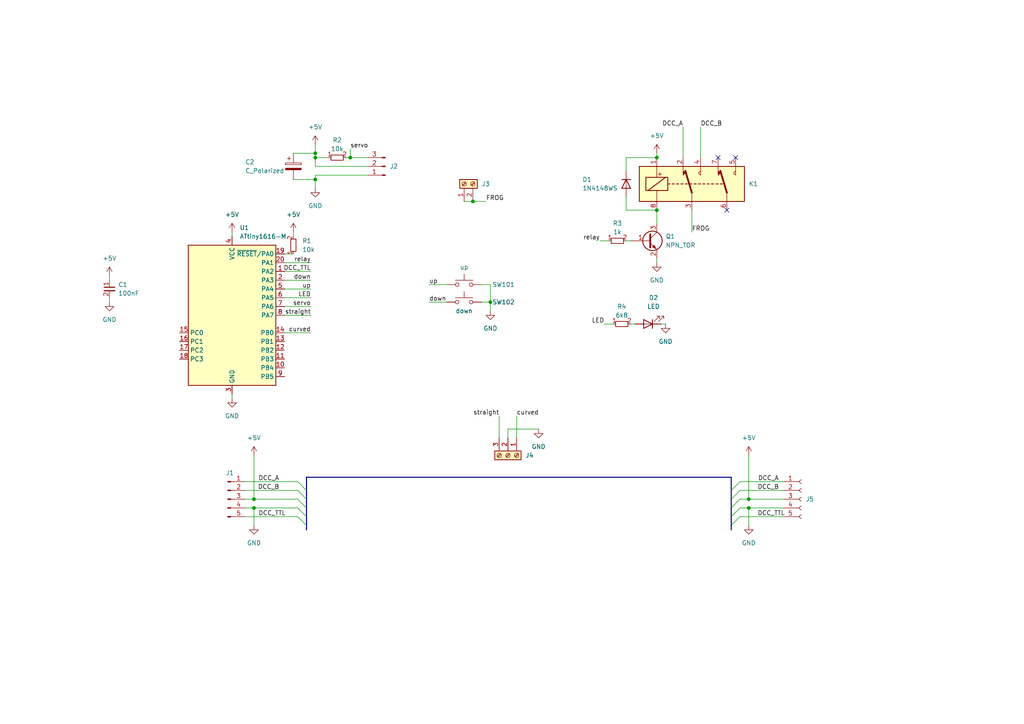
<source format=kicad_sch>
(kicad_sch (version 20230121) (generator eeschema)
  (paper "A4")
  (lib_symbols
    (symbol "Connector:Conn_01x03_Pin" (pin_names (offset 1.016) hide)
      (property "Reference" "J" (at 0 5.08 0))
      (property "Value" "Conn_01x03_Pin" (at 0 -5.08 0))
      (symbol "Conn_01x03_Pin_1_1"
        (polyline (pts (xy 1.27 -2.54) (xy 0.8636 -2.54)) (stroke (width 0.1524)))
        (polyline (pts (xy 1.27 0) (xy 0.8636 0)) (stroke (width 0.1524)))
        (polyline (pts (xy 1.27 2.54) (xy 0.8636 2.54)) (stroke (width 0.1524)))
        (rectangle (start 0.8636 -2.413) (end 0 -2.667) (stroke (width 0.1524)) (fill (type outline)))
        (rectangle (start 0.8636 0.127) (end 0 -0.127) (stroke (width 0.1524)) (fill (type outline)))
        (rectangle (start 0.8636 2.667) (end 0 2.413) (stroke (width 0.1524)) (fill (type outline)))
        (pin passive line (at 5.08 2.54 180) (length 3.81) (name "Pin_1") (number "1"))
        (pin passive line (at 5.08 0 180) (length 3.81) (name "Pin_2") (number "2"))
        (pin passive line (at 5.08 -2.54 180) (length 3.81) (name "Pin_3") (number "3"))
      )
    )
    (symbol "Connector:Conn_01x05_Pin" (pin_names (offset 1.016) hide)
      (property "Reference" "J" (at 0 7.62 0))
      (property "Value" "Conn_01x05_Pin" (at 0 -7.62 0))
      (symbol "Conn_01x05_Pin_1_1"
        (polyline (pts (xy 1.27 -5.08) (xy 0.8636 -5.08)) (stroke (width 0.1524)))
        (polyline (pts (xy 1.27 -2.54) (xy 0.8636 -2.54)) (stroke (width 0.1524)))
        (polyline (pts (xy 1.27 0) (xy 0.8636 0)) (stroke (width 0.1524)))
        (polyline (pts (xy 1.27 2.54) (xy 0.8636 2.54)) (stroke (width 0.1524)))
        (polyline (pts (xy 1.27 5.08) (xy 0.8636 5.08)) (stroke (width 0.1524)))
        (rectangle (start 0.8636 -4.953) (end 0 -5.207) (stroke (width 0.1524)) (fill (type outline)))
        (rectangle (start 0.8636 -2.413) (end 0 -2.667) (stroke (width 0.1524)) (fill (type outline)))
        (rectangle (start 0.8636 0.127) (end 0 -0.127) (stroke (width 0.1524)) (fill (type outline)))
        (rectangle (start 0.8636 2.667) (end 0 2.413) (stroke (width 0.1524)) (fill (type outline)))
        (rectangle (start 0.8636 5.207) (end 0 4.953) (stroke (width 0.1524)) (fill (type outline)))
        (pin passive line (at 5.08 5.08 180) (length 3.81) (name "Pin_1") (number "1"))
        (pin passive line (at 5.08 2.54 180) (length 3.81) (name "Pin_2") (number "2"))
        (pin passive line (at 5.08 0 180) (length 3.81) (name "Pin_3") (number "3"))
        (pin passive line (at 5.08 -2.54 180) (length 3.81) (name "Pin_4") (number "4"))
        (pin passive line (at 5.08 -5.08 180) (length 3.81) (name "Pin_5") (number "5"))
      )
    )
    (symbol "Connector:Conn_01x05_Socket" (pin_names (offset 1.016) hide)
      (property "Reference" "J" (at 0 7.62 0))
      (property "Value" "Conn_01x05_Socket" (at 0 -7.62 0))
      (symbol "Conn_01x05_Socket_1_1"
        (arc (start 0 -4.572) (mid -0.5058 -5.08) (end 0 -5.588) (stroke (width 0.1524)))
        (arc (start 0 -2.032) (mid -0.5058 -2.54) (end 0 -3.048) (stroke (width 0.1524)))
        (polyline (pts (xy -1.27 -5.08) (xy -0.508 -5.08)) (stroke (width 0.1524)))
        (polyline (pts (xy -1.27 -2.54) (xy -0.508 -2.54)) (stroke (width 0.1524)))
        (polyline (pts (xy -1.27 0) (xy -0.508 0)) (stroke (width 0.1524)))
        (polyline (pts (xy -1.27 2.54) (xy -0.508 2.54)) (stroke (width 0.1524)))
        (polyline (pts (xy -1.27 5.08) (xy -0.508 5.08)) (stroke (width 0.1524)))
        (arc (start 0 0.508) (mid -0.5058 0) (end 0 -0.508) (stroke (width 0.1524)))
        (arc (start 0 3.048) (mid -0.5058 2.54) (end 0 2.032) (stroke (width 0.1524)))
        (arc (start 0 5.588) (mid -0.5058 5.08) (end 0 4.572) (stroke (width 0.1524)))
        (pin passive line (at -5.08 5.08 0) (length 3.81) (name "Pin_1") (number "1"))
        (pin passive line (at -5.08 2.54 0) (length 3.81) (name "Pin_2") (number "2"))
        (pin passive line (at -5.08 0 0) (length 3.81) (name "Pin_3") (number "3"))
        (pin passive line (at -5.08 -2.54 0) (length 3.81) (name "Pin_4") (number "4"))
        (pin passive line (at -5.08 -5.08 0) (length 3.81) (name "Pin_5") (number "5"))
      )
    )
    (symbol "Connector:Screw_Terminal_01x02" (pin_names (offset 1.016) hide)
      (property "Reference" "J" (at 0 2.54 0))
      (property "Value" "Screw_Terminal_01x02" (at 0 -5.08 0))
      (symbol "Screw_Terminal_01x02_1_1"
        (rectangle (start -1.27 1.27) (end 1.27 -3.81) (stroke (width 0.254)) (fill (type background)))
        (circle (center 0 -2.54) (radius 0.635) (stroke (width 0.1524)))
        (polyline (pts (xy -0.5334 -2.2098) (xy 0.3302 -3.048)) (stroke (width 0.1524)))
        (polyline (pts (xy -0.5334 0.3302) (xy 0.3302 -0.508)) (stroke (width 0.1524)))
        (polyline (pts (xy -0.3556 -2.032) (xy 0.508 -2.8702)) (stroke (width 0.1524)))
        (polyline (pts (xy -0.3556 0.508) (xy 0.508 -0.3302)) (stroke (width 0.1524)))
        (circle (center 0 0) (radius 0.635) (stroke (width 0.1524)))
        (pin passive line (at -5.08 0 0) (length 3.81) (name "Pin_1") (number "1"))
        (pin passive line (at -5.08 -2.54 0) (length 3.81) (name "Pin_2") (number "2"))
      )
    )
    (symbol "Connector:Screw_Terminal_01x03" (pin_names (offset 1.016) hide)
      (property "Reference" "J" (at 0 5.08 0))
      (property "Value" "Screw_Terminal_01x03" (at 0 -5.08 0))
      (symbol "Screw_Terminal_01x03_1_1"
        (rectangle (start -1.27 3.81) (end 1.27 -3.81) (stroke (width 0.254)) (fill (type background)))
        (circle (center 0 -2.54) (radius 0.635) (stroke (width 0.1524)))
        (polyline (pts (xy -0.5334 -2.2098) (xy 0.3302 -3.048)) (stroke (width 0.1524)))
        (polyline (pts (xy -0.5334 0.3302) (xy 0.3302 -0.508)) (stroke (width 0.1524)))
        (polyline (pts (xy -0.5334 2.8702) (xy 0.3302 2.032)) (stroke (width 0.1524)))
        (polyline (pts (xy -0.3556 -2.032) (xy 0.508 -2.8702)) (stroke (width 0.1524)))
        (polyline (pts (xy -0.3556 0.508) (xy 0.508 -0.3302)) (stroke (width 0.1524)))
        (polyline (pts (xy -0.3556 3.048) (xy 0.508 2.2098)) (stroke (width 0.1524)))
        (circle (center 0 0) (radius 0.635) (stroke (width 0.1524)))
        (circle (center 0 2.54) (radius 0.635) (stroke (width 0.1524)))
        (pin passive line (at -5.08 2.54 0) (length 3.81) (name "Pin_1") (number "1"))
        (pin passive line (at -5.08 0 0) (length 3.81) (name "Pin_2") (number "2"))
        (pin passive line (at -5.08 -2.54 0) (length 3.81) (name "Pin_3") (number "3"))
      )
    )
    (symbol "Device:C_Polarized" (pin_numbers hide) (pin_names (offset 0.254))
      (property "Reference" "C" (at 0.635 2.54 0))
      (property "Value" "C_Polarized" (at 0.635 -2.54 0))
      (symbol "C_Polarized_0_1"
        (rectangle (start -2.286 0.508) (end 2.286 1.016))
        (polyline (pts (xy -1.778 2.286) (xy -0.762 2.286)))
        (polyline (pts (xy -1.27 2.794) (xy -1.27 1.778)))
        (rectangle (start 2.286 -0.508) (end -2.286 -1.016) (fill (type outline)))
      )
      (symbol "C_Polarized_1_1"
        (pin passive line (at 0 3.81 270) (length 2.794) (name "~") (number "1"))
        (pin passive line (at 0 -3.81 90) (length 2.794) (name "~") (number "2"))
      )
    )
    (symbol "capacitor_miscellaneous:C_0402_100nF"
      (property "Reference" "C" (at 1.27 2.54 0))
      (property "Value" "100nF" (at 3.81 -2.54 0))
      (symbol "C_0402_100nF_0_1"
        (polyline (pts (xy -1.524 -0.508) (xy 1.524 -0.508)) (stroke (width 0.3302)))
        (polyline (pts (xy -1.524 0.508) (xy 1.524 0.508)) (stroke (width 0.3048)))
      )
      (symbol "C_0402_100nF_1_1"
        (pin passive line (at 0 2.54 270) (length 2.032) (name "~") (number "1"))
        (pin passive line (at 0 -2.54 90) (length 2.032) (name "~") (number "2"))
      )
    )
    (symbol "custom_kicad_lib_sk:1N4148WS" (pin_numbers hide) (pin_names hide)
      (property "Reference" "D" (at 0 2.54 0))
      (property "Value" "1N4148WS" (at 0 -2.54 0))
      (symbol "1N4148WS_0_1"
        (polyline (pts (xy -1.27 1.27) (xy -1.27 -1.27)) (stroke (width 0.254)))
        (polyline (pts (xy 1.27 0) (xy -1.27 0)))
        (polyline (pts (xy 1.27 1.27) (xy 1.27 -1.27) (xy -1.27 0) (xy 1.27 1.27)) (stroke (width 0.254)))
      )
      (symbol "1N4148WS_1_1"
        (pin passive line (at -3.81 0 0) (length 2.54) (name "K") (number "1"))
        (pin passive line (at 3.81 0 180) (length 2.54) (name "A") (number "2"))
      )
    )
    (symbol "custom_kicad_lib_sk:ATtiny1616-M"
      (property "Reference" "U" (at -12.7 21.59 0))
      (property "Value" "ATtiny1616-M" (at 2.54 -21.59 0))
      (symbol "ATtiny1616-M_0_1"
        (rectangle (start -12.7 -20.32) (end 12.7 20.32) (stroke (width 0.254)) (fill (type background)))
      )
      (symbol "ATtiny1616-M_1_1"
        (pin bidirectional line (at 15.24 12.7 180) (length 2.54) (name "PA2") (number "1"))
        (pin bidirectional line (at 15.24 -15.24 180) (length 2.54) (name "PB4") (number "10"))
        (pin bidirectional line (at 15.24 -12.7 180) (length 2.54) (name "PB3") (number "11"))
        (pin bidirectional line (at 15.24 -10.16 180) (length 2.54) (name "PB2") (number "12"))
        (pin bidirectional line (at 15.24 -7.62 180) (length 2.54) (name "PB1") (number "13"))
        (pin bidirectional line (at 15.24 -5.08 180) (length 2.54) (name "PB0") (number "14"))
        (pin bidirectional line (at -15.24 -5.08 0) (length 2.54) (name "PC0") (number "15"))
        (pin bidirectional line (at -15.24 -7.62 0) (length 2.54) (name "PC1") (number "16"))
        (pin bidirectional line (at -15.24 -10.16 0) (length 2.54) (name "PC2") (number "17"))
        (pin bidirectional line (at -15.24 -12.7 0) (length 2.54) (name "PC3") (number "18"))
        (pin bidirectional line (at 15.24 17.78 180) (length 2.54) (name "~{RESET}/PA0") (number "19"))
        (pin bidirectional line (at 15.24 10.16 180) (length 2.54) (name "PA3") (number "2"))
        (pin bidirectional line (at 15.24 15.24 180) (length 2.54) (name "PA1") (number "20"))
        (pin passive line (at 0 -22.86 90) (length 2.54) hide (name "GND") (number "21"))
        (pin power_in line (at 0 -22.86 90) (length 2.54) (name "GND") (number "3"))
        (pin power_in line (at 0 22.86 270) (length 2.54) (name "VCC") (number "4"))
        (pin bidirectional line (at 15.24 7.62 180) (length 2.54) (name "PA4") (number "5"))
        (pin bidirectional line (at 15.24 5.08 180) (length 2.54) (name "PA5") (number "6"))
        (pin bidirectional line (at 15.24 2.54 180) (length 2.54) (name "PA6") (number "7"))
        (pin bidirectional line (at 15.24 0 180) (length 2.54) (name "PA7") (number "8"))
        (pin bidirectional line (at 15.24 -17.78 180) (length 2.54) (name "PB5") (number "9"))
      )
    )
    (symbol "custom_kicad_lib_sk:G6K-2F-Y-TR DC5"
      (property "Reference" "K" (at 16.51 3.81 0))
      (symbol "G6K-2F-Y-TR DC5_0_0"
        (text "+" (at -9.271 2.921 0) (effects (font (size 1.27 1.27))))
      )
      (symbol "G6K-2F-Y-TR DC5_0_1"
        (rectangle (start -15.24 5.08) (end 15.24 -5.08) (stroke (width 0.254)) (fill (type background)))
        (rectangle (start -13.335 1.905) (end -6.985 -1.905) (stroke (width 0.254)))
        (polyline (pts (xy -12.7 -1.905) (xy -7.62 1.905)) (stroke (width 0.254)))
        (polyline (pts (xy -10.16 -5.08) (xy -10.16 -1.905)))
        (polyline (pts (xy -10.16 5.08) (xy -10.16 1.905)))
        (polyline (pts (xy -6.985 0) (xy -6.35 0)) (stroke (width 0.254)))
        (polyline (pts (xy -5.715 0) (xy -5.08 0)) (stroke (width 0.254)))
        (polyline (pts (xy -4.445 0) (xy -3.81 0)) (stroke (width 0.254)))
        (polyline (pts (xy -3.175 0) (xy -2.54 0)) (stroke (width 0.254)))
        (polyline (pts (xy -1.905 0) (xy -1.27 0)) (stroke (width 0.254)))
        (polyline (pts (xy -0.635 0) (xy 0 0)) (stroke (width 0.254)))
        (polyline (pts (xy 0 -2.54) (xy -1.905 3.81)) (stroke (width 0.508)))
        (polyline (pts (xy 0 -2.54) (xy 0 -5.08)))
        (polyline (pts (xy 0.635 0) (xy 1.27 0)) (stroke (width 0.254)))
        (polyline (pts (xy 1.905 0) (xy 2.54 0)) (stroke (width 0.254)))
        (polyline (pts (xy 3.175 0) (xy 3.81 0)) (stroke (width 0.254)))
        (polyline (pts (xy 4.445 0) (xy 5.08 0)) (stroke (width 0.254)))
        (polyline (pts (xy 5.715 0) (xy 6.35 0)) (stroke (width 0.254)))
        (polyline (pts (xy 6.985 0) (xy 7.62 0)) (stroke (width 0.254)))
        (polyline (pts (xy 8.255 0) (xy 8.89 0)) (stroke (width 0.254)))
        (polyline (pts (xy 10.16 -2.54) (xy 8.255 3.81)) (stroke (width 0.508)))
        (polyline (pts (xy 10.16 -2.54) (xy 10.16 -5.08)))
        (polyline (pts (xy -2.54 5.08) (xy -2.54 2.54) (xy -1.905 3.175) (xy -2.54 3.81)) (fill (type outline)))
        (polyline (pts (xy 2.54 5.08) (xy 2.54 2.54) (xy 1.905 3.175) (xy 2.54 3.81)))
        (polyline (pts (xy 7.62 5.08) (xy 7.62 2.54) (xy 8.255 3.175) (xy 7.62 3.81)) (fill (type outline)))
        (polyline (pts (xy 12.7 5.08) (xy 12.7 2.54) (xy 12.065 3.175) (xy 12.7 3.81)))
      )
      (symbol "G6K-2F-Y-TR DC5_1_1"
        (pin passive line (at -10.16 7.62 270) (length 2.54) (name "~") (number "1"))
        (pin passive line (at -2.54 7.62 270) (length 2.54) (name "~") (number "2"))
        (pin passive line (at 0 -7.62 90) (length 2.54) (name "~") (number "3"))
        (pin passive line (at 2.54 7.62 270) (length 2.54) (name "~") (number "4"))
        (pin passive line (at 12.7 7.62 270) (length 2.54) (name "~") (number "5"))
        (pin passive line (at 10.16 -7.62 90) (length 2.54) (name "~") (number "6"))
        (pin passive line (at 7.62 7.62 270) (length 2.54) (name "~") (number "7"))
        (pin passive line (at -10.16 -7.62 90) (length 2.54) (name "~") (number "8"))
      )
    )
    (symbol "custom_kicad_lib_sk:LED" (pin_numbers hide) (pin_names (offset 1.016) hide)
      (property "Reference" "D" (at 0 2.54 0))
      (property "Value" "LED" (at 0 -2.54 0))
      (symbol "LED_0_1"
        (polyline (pts (xy -1.27 -1.27) (xy -1.27 1.27)) (stroke (width 0.254)))
        (polyline (pts (xy -1.27 0) (xy 1.27 0)))
        (polyline (pts (xy 1.27 -1.27) (xy 1.27 1.27) (xy -1.27 0) (xy 1.27 -1.27)) (stroke (width 0.254)))
        (polyline (pts (xy -3.048 -0.762) (xy -4.572 -2.286) (xy -3.81 -2.286) (xy -4.572 -2.286) (xy -4.572 -1.524)))
        (polyline (pts (xy -1.778 -0.762) (xy -3.302 -2.286) (xy -2.54 -2.286) (xy -3.302 -2.286) (xy -3.302 -1.524)))
      )
      (symbol "LED_1_1"
        (pin passive line (at -3.81 0 0) (length 2.54) (name "K") (number "1"))
        (pin passive line (at 3.81 0 180) (length 2.54) (name "A") (number "2"))
      )
    )
    (symbol "custom_kicad_lib_sk:NPN_TOR" (pin_names (offset 0) hide)
      (property "Reference" "Q" (at 5.08 1.905 0))
      (property "Value" "NPN_TOR" (at 5.08 0 0))
      (symbol "NPN_TOR_0_1"
        (polyline (pts (xy 0.635 0.635) (xy 2.54 2.54)))
        (polyline (pts (xy 0.635 -0.635) (xy 2.54 -2.54) (xy 2.54 -2.54)))
        (polyline (pts (xy 0.635 1.905) (xy 0.635 -1.905) (xy 0.635 -1.905)) (stroke (width 0.508)))
        (polyline (pts (xy 1.27 -1.778) (xy 1.778 -1.27) (xy 2.286 -2.286) (xy 1.27 -1.778) (xy 1.27 -1.778)) (fill (type outline)))
        (circle (center 1.27 0) (radius 2.8194) (stroke (width 0.254)))
      )
      (symbol "NPN_TOR_1_1"
        (pin input line (at -5.08 0 0) (length 5.715) (name "B") (number "1"))
        (pin passive line (at 2.54 -5.08 90) (length 2.54) (name "E") (number "2"))
        (pin passive line (at 2.54 5.08 270) (length 2.54) (name "C") (number "3"))
      )
    )
    (symbol "custom_kicad_lib_sk:tactile_SMD_6mm" (pin_numbers hide) (pin_names (offset 1.016) hide)
      (property "Reference" "SW" (at 1.27 2.54 0))
      (property "Value" "SW_Push" (at 0 -1.524 0))
      (symbol "tactile_SMD_6mm_0_1"
        (circle (center -2.032 0) (radius 0.508))
        (polyline (pts (xy 0 1.27) (xy 0 3.048)))
        (polyline (pts (xy 2.54 1.27) (xy -2.54 1.27)))
        (circle (center 2.032 0) (radius 0.508))
        (pin passive line (at -5.08 0 0) (length 2.54) (name "1") (number "1"))
        (pin passive line (at 5.08 0 180) (length 2.54) (name "2") (number "2"))
      )
    )
    (symbol "power:+5V" (power) (pin_names (offset 0))
      (property "Value" "+5V" (at 0 3.556 0))
      (symbol "+5V_0_1"
        (polyline (pts (xy -0.762 1.27) (xy 0 2.54)))
        (polyline (pts (xy 0 0) (xy 0 2.54)))
        (polyline (pts (xy 0 2.54) (xy 0.762 1.27)))
      )
      (symbol "+5V_1_1"
        (pin power_in line (at 0 0 90) (length 0) hide (name "+5V") (number "1"))
      )
    )
    (symbol "power:GND" (power) (pin_names (offset 0))
      (property "Value" "GND" (at 0 -3.81 0))
      (symbol "GND_0_1"
        (polyline (pts (xy 0 0) (xy 0 -1.27) (xy 1.27 -1.27) (xy 0 -2.54) (xy -1.27 -1.27) (xy 0 -1.27)))
      )
      (symbol "GND_1_1"
        (pin power_in line (at 0 0 270) (length 0) hide (name "GND") (number "1"))
      )
    )
    (symbol "resistors_0603:R_10k_0603"
      (property "Reference" "R" (at 1.27 2.54 0))
      (property "Value" "10k" (at 2.54 -2.54 0))
      (symbol "R_10k_0603_0_1"
        (rectangle (start -0.762 1.778) (end 0.762 -1.778) (stroke (width 0.2032)))
      )
      (symbol "R_10k_0603_1_1"
        (pin passive line (at 0 2.54 270) (length 0.762) (name "~") (number "1"))
        (pin passive line (at 0 -2.54 90) (length 0.762) (name "~") (number "2"))
      )
    )
    (symbol "resistors_0603:R_1k_0603"
      (property "Reference" "R" (at 1.27 2.54 0))
      (property "Value" "1k" (at 2.54 -2.54 0))
      (symbol "R_1k_0603_0_1"
        (rectangle (start -0.762 1.778) (end 0.762 -1.778) (stroke (width 0.2032)))
      )
      (symbol "R_1k_0603_1_1"
        (pin passive line (at 0 2.54 270) (length 0.762) (name "~") (number "1"))
        (pin passive line (at 0 -2.54 90) (length 0.762) (name "~") (number "2"))
      )
    )
    (symbol "resistors_0603:R_6k8_0603"
      (property "Reference" "R" (at 1.27 2.54 0))
      (property "Value" "6k8" (at 2.54 -2.54 0))
      (symbol "R_6k8_0603_0_1"
        (rectangle (start -0.762 1.778) (end 0.762 -1.778) (stroke (width 0.2032)))
      )
      (symbol "R_6k8_0603_1_1"
        (pin passive line (at 0 2.54 270) (length 0.762) (name "~") (number "1"))
        (pin passive line (at 0 -2.54 90) (length 0.762) (name "~") (number "2"))
      )
    )
  )
  (junction (at 73.66 144.78))
  (junction (at 91.44 44.45))
  (junction (at 217.17 147.32))
  (junction (at 142.24 87.63))
  (junction (at 217.17 144.78))
  (junction (at 190.5 60.96))
  (junction (at 101.6 45.72))
  (junction (at 91.44 52.07))
  (junction (at 91.44 45.72))
  (junction (at 137.16 58.42))
  (junction (at 190.5 45.72))
  (junction (at 73.66 147.32))
  (no_connect (at 210.82 60.96))
  (no_connect (at 208.28 45.72))
  (no_connect (at 213.36 45.72))
  (bus_entry (at 212.09 152.4) (size 2.54 -2.54))
  (bus_entry (at 88.9 144.78) (size -2.54 -2.54))
  (bus_entry (at 212.09 147.32) (size 2.54 -2.54))
  (bus_entry (at 212.09 144.78) (size 2.54 -2.54))
  (bus_entry (at 212.09 149.86) (size 2.54 -2.54))
  (bus_entry (at 88.9 152.4) (size -2.54 -2.54))
  (bus_entry (at 212.09 142.24) (size 2.54 -2.54))
  (bus_entry (at 88.9 149.86) (size -2.54 -2.54))
  (bus_entry (at 88.9 147.32) (size -2.54 -2.54))
  (bus_entry (at 88.9 142.24) (size -2.54 -2.54))
  (wire (pts (xy 91.44 52.07) (xy 91.44 50.8)))
  (bus (pts (xy 212.09 147.32) (xy 212.09 149.86)))
  (wire (pts (xy 82.55 81.28) (xy 90.17 81.28)))
  (wire (pts (xy 190.5 44.45) (xy 190.5 45.72)))
  (bus (pts (xy 88.9 144.78) (xy 88.9 147.32)))
  (bus (pts (xy 212.09 138.43) (xy 212.09 142.24)))
  (wire (pts (xy 217.17 147.32) (xy 217.17 152.4)))
  (wire (pts (xy 124.46 87.63) (xy 129.54 87.63)))
  (wire (pts (xy 73.66 144.78) (xy 86.36 144.78)))
  (wire (pts (xy 73.66 147.32) (xy 73.66 152.4)))
  (wire (pts (xy 101.6 45.72) (xy 106.68 45.72)))
  (bus (pts (xy 88.9 147.32) (xy 88.9 149.86)))
  (wire (pts (xy 85.09 52.07) (xy 91.44 52.07)))
  (bus (pts (xy 212.09 144.78) (xy 212.09 147.32)))
  (wire (pts (xy 85.09 67.31) (xy 85.09 68.58)))
  (wire (pts (xy 67.31 67.31) (xy 67.31 68.58)))
  (wire (pts (xy 31.75 80.01) (xy 31.75 81.28)))
  (bus (pts (xy 212.09 149.86) (xy 212.09 152.4)))
  (wire (pts (xy 147.32 124.46) (xy 156.21 124.46)))
  (wire (pts (xy 82.55 96.52) (xy 90.17 96.52)))
  (wire (pts (xy 71.12 149.86) (xy 86.36 149.86)))
  (wire (pts (xy 149.86 120.65) (xy 149.86 127)))
  (wire (pts (xy 190.5 74.93) (xy 190.5 76.2)))
  (wire (pts (xy 190.5 60.96) (xy 190.5 64.77)))
  (wire (pts (xy 67.31 115.57) (xy 67.31 114.3)))
  (wire (pts (xy 217.17 144.78) (xy 227.33 144.78)))
  (wire (pts (xy 137.16 58.42) (xy 140.97 58.42)))
  (wire (pts (xy 175.26 93.98) (xy 177.8 93.98)))
  (wire (pts (xy 214.63 144.78) (xy 217.17 144.78)))
  (wire (pts (xy 144.78 120.65) (xy 144.78 127)))
  (wire (pts (xy 200.66 60.96) (xy 200.66 67.31)))
  (wire (pts (xy 91.44 45.72) (xy 95.25 45.72)))
  (bus (pts (xy 88.9 152.4) (xy 88.9 153.67)))
  (wire (pts (xy 182.88 93.98) (xy 184.15 93.98)))
  (wire (pts (xy 91.44 48.26) (xy 91.44 45.72)))
  (wire (pts (xy 173.99 69.85) (xy 176.53 69.85)))
  (wire (pts (xy 190.5 45.72) (xy 181.61 45.72)))
  (bus (pts (xy 88.9 149.86) (xy 88.9 152.4)))
  (wire (pts (xy 214.63 139.7) (xy 227.33 139.7)))
  (wire (pts (xy 181.61 69.85) (xy 182.88 69.85)))
  (wire (pts (xy 214.63 147.32) (xy 217.17 147.32)))
  (wire (pts (xy 181.61 45.72) (xy 181.61 49.53)))
  (wire (pts (xy 214.63 142.24) (xy 227.33 142.24)))
  (wire (pts (xy 214.63 149.86) (xy 227.33 149.86)))
  (wire (pts (xy 181.61 60.96) (xy 181.61 57.15)))
  (wire (pts (xy 73.66 132.08) (xy 73.66 144.78)))
  (wire (pts (xy 198.12 36.83) (xy 198.12 45.72)))
  (wire (pts (xy 71.12 144.78) (xy 73.66 144.78)))
  (wire (pts (xy 71.12 147.32) (xy 73.66 147.32)))
  (wire (pts (xy 124.46 82.55) (xy 129.54 82.55)))
  (wire (pts (xy 134.62 58.42) (xy 137.16 58.42)))
  (wire (pts (xy 147.32 127) (xy 147.32 124.46)))
  (wire (pts (xy 82.55 88.9) (xy 90.17 88.9)))
  (bus (pts (xy 212.09 142.24) (xy 212.09 144.78)))
  (wire (pts (xy 91.44 54.61) (xy 91.44 52.07)))
  (wire (pts (xy 139.7 82.55) (xy 142.24 82.55)))
  (bus (pts (xy 212.09 152.4) (xy 212.09 153.67)))
  (wire (pts (xy 71.12 139.7) (xy 86.36 139.7)))
  (wire (pts (xy 203.2 36.83) (xy 203.2 45.72)))
  (wire (pts (xy 31.75 86.36) (xy 31.75 87.63)))
  (wire (pts (xy 217.17 132.08) (xy 217.17 144.78)))
  (wire (pts (xy 91.44 41.91) (xy 91.44 44.45)))
  (wire (pts (xy 106.68 48.26) (xy 91.44 48.26)))
  (wire (pts (xy 71.12 142.24) (xy 86.36 142.24)))
  (wire (pts (xy 100.33 45.72) (xy 101.6 45.72)))
  (wire (pts (xy 73.66 147.32) (xy 86.36 147.32)))
  (wire (pts (xy 91.44 50.8) (xy 106.68 50.8)))
  (wire (pts (xy 82.55 86.36) (xy 90.17 86.36)))
  (bus (pts (xy 88.9 142.24) (xy 88.9 144.78)))
  (wire (pts (xy 217.17 147.32) (xy 227.33 147.32)))
  (wire (pts (xy 190.5 60.96) (xy 181.61 60.96)))
  (wire (pts (xy 191.77 93.98) (xy 193.04 93.98)))
  (wire (pts (xy 85.09 44.45) (xy 91.44 44.45)))
  (wire (pts (xy 91.44 44.45) (xy 91.44 45.72)))
  (wire (pts (xy 82.55 78.74) (xy 90.17 78.74)))
  (bus (pts (xy 88.9 138.43) (xy 88.9 142.24)))
  (wire (pts (xy 142.24 82.55) (xy 142.24 87.63)))
  (wire (pts (xy 142.24 87.63) (xy 142.24 90.17)))
  (wire (pts (xy 101.6 43.18) (xy 101.6 45.72)))
  (wire (pts (xy 82.55 91.44) (xy 90.17 91.44)))
  (wire (pts (xy 82.55 76.2) (xy 90.17 76.2)))
  (wire (pts (xy 139.7 87.63) (xy 142.24 87.63)))
  (bus (pts (xy 212.09 138.43) (xy 88.9 138.43)))
  (wire (pts (xy 82.55 83.82) (xy 90.17 83.82)))
  (wire (pts (xy 82.55 73.66) (xy 85.09 73.66)))
  (label "down" (at 124.46 87.63 0))
  (label "curved" (at 90.17 96.52 180))
  (label "up" (at 124.46 82.55 0))
  (label "FROG" (at 200.66 67.31 0))
  (label "LED" (at 175.26 93.98 180))
  (label "DCC_B" (at 219.71 142.24 0))
  (label "DCC_A" (at 74.93 139.7 0))
  (label "servo" (at 90.17 88.9 180))
  (label "curved" (at 149.86 120.65 0))
  (label "FROG" (at 140.97 58.42 0))
  (label "DCC_A" (at 219.853 139.7 0))
  (label "down" (at 90.17 81.28 180))
  (label "DCC_B" (at 74.787 142.24 0))
  (label "straight" (at 144.78 120.65 180))
  (label "relay" (at 173.99 69.85 180))
  (label "servo" (at 101.6 43.18 0))
  (label "DCC_TTL" (at 74.93 149.86 0))
  (label "up" (at 90.17 83.82 180))
  (label "DCC_TTL" (at 90.17 78.74 180))
  (label "relay" (at 90.17 76.2 180))
  (label "straight" (at 90.17 91.44 180))
  (label "DCC_A" (at 198.12 36.83 180))
  (label "LED" (at 90.17 86.36 180))
  (label "DCC_TTL" (at 219.71 149.86 0))
  (label "DCC_B" (at 203.2 36.83 0))
  (symbol (lib_id "power:+5V") (at 91.44 41.91 0) (unit 1)
    (property "Reference" "#PWR07" (effects hide))
    (property "Value" "+5V" (at 91.44 36.83 0))
  )
  (symbol (lib_id "custom_kicad_lib_sk:tactile_SMD_6mm") (at 134.62 87.63 0) (unit 1)
    (property "Reference" "SW102" (at 146.05 87.63 0))
    (property "Value" "down" (at 134.62 90.17 0))
    (property "Footprint" "custom_kicad_lib_sk:tactile_SMD_6mm" (effects hide))
    (property "JLCPCB Part#" "C294567" (effects hide))
  )
  (symbol (lib_id "resistors_0603:R_1k_0603") (at 179.07 69.85 90) (unit 1)
    (property "Reference" "R3" (at 179.07 64.77 90))
    (property "Value" "1k" (at 179.07 67.31 90))
    (property "Footprint" "custom_kicad_lib_sk:R_0603_smalltext" (effects hide))
    (property "JLCPCB Part#" "C21190" (effects hide))
  )
  (symbol (lib_id "power:GND") (at 193.04 93.98 0) (unit 1)
    (property "Reference" "#PWR014" (effects hide))
    (property "Value" "GND" (at 193.04 99.06 0))
  )
  (symbol (lib_id "resistors_0603:R_10k_0603") (at 97.79 45.72 90) (unit 1)
    (property "Reference" "R2" (at 97.79 40.64 90))
    (property "Value" "10k" (at 97.79 43.18 90))
    (property "Footprint" "custom_kicad_lib_sk:R_0603_smalltext" (effects hide))
    (property "JLCPCB Part#" "C25804" (effects hide))
  )
  (symbol (lib_id "power:GND") (at 91.44 54.61 0) (unit 1)
    (property "Reference" "#PWR08" (effects hide))
    (property "Value" "GND" (at 91.44 59.69 0))
  )
  (symbol (lib_id "power:GND") (at 217.17 152.4 0) (unit 1)
    (property "Reference" "#PWR016" (effects hide))
    (property "Value" "GND" (at 217.17 157.48 0))
  )
  (symbol (lib_id "resistors_0603:R_10k_0603") (at 85.09 71.12 180) (unit 1)
    (property "Reference" "R1" (at 87.63 69.85 0) (effects (justify right)))
    (property "Value" "10k" (at 87.63 72.39 0) (effects (justify right)))
    (property "Footprint" "custom_kicad_lib_sk:R_0603_smalltext" (effects hide))
    (property "JLCPCB Part#" "C25804" (effects hide))
  )
  (symbol (lib_id "power:+5V") (at 217.17 132.08 0) (unit 1)
    (property "Reference" "#PWR015" (effects hide))
    (property "Value" "+5V" (at 217.17 127 0))
  )
  (symbol (lib_id "resistors_0603:R_6k8_0603") (at 180.34 93.98 90) (unit 1)
    (property "Reference" "R4" (at 180.34 88.9 90))
    (property "Value" "6k8" (at 180.34 91.44 90))
    (property "Footprint" "custom_kicad_lib_sk:R_0603_smalltext" (effects hide))
    (property "JLCPCB Part#" "C23212" (effects hide))
  )
  (symbol (lib_id "power:GND") (at 31.75 87.63 0) (unit 1)
    (property "Reference" "#PWR02" (effects hide))
    (property "Value" "GND" (at 31.75 92.71 0))
  )
  (symbol (lib_id "power:GND") (at 73.66 152.4 0) (unit 1)
    (property "Reference" "#PWR06" (effects hide))
    (property "Value" "GND" (at 73.66 157.48 0))
  )
  (symbol (lib_id "custom_kicad_lib_sk:ATtiny1616-M") (at 67.31 91.44 0) (unit 1)
    (property "Reference" "U1" (at 69.5041 66.04 0) (effects (justify left)))
    (property "Value" "ATtiny1616-M" (at 69.5041 68.58 0) (effects (justify left)))
    (property "Footprint" "custom_kicad_lib_sk:VQFN-20-1EP_3x3mm_P0.4mm_EP1.7x1.7mm" (effects hide))
    (property "Datasheet" "http://ww1.microchip.com/downloads/en/DeviceDoc/ATtiny3216_ATtiny1616-data-sheet-40001997B.pdf" (effects hide))
    (property "JLCPCB Part#" "C507118" (effects hide))
  )
  (symbol (lib_id "Connector:Conn_01x05_Socket") (at 232.41 144.78 0) (unit 1)
    (property "Reference" "J5" (at 233.68 144.78 0) (effects (justify left)))
    (property "Value" "Conn_01x05_Socket" (effects hide))
    (property "Footprint" "Connector_PinSocket_2.54mm:PinSocket_1x05_P2.54mm_Horizontal" (effects hide))
  )
  (symbol (lib_id "power:+5V") (at 190.5 44.45 0) (unit 1)
    (property "Reference" "#PWR012" (effects hide))
    (property "Value" "+5V" (at 190.5 39.37 0))
  )
  (symbol (lib_id "Connector:Conn_01x05_Pin") (at 66.04 144.78 0) (unit 1)
    (property "Reference" "J1" (at 66.675 137.16 0))
    (property "Value" "Conn_01x05_Pin" (effects hide))
    (property "Footprint" "Connector_PinHeader_2.54mm:PinHeader_1x05_P2.54mm_Horizontal" (effects hide))
  )
  (symbol (lib_id "power:GND") (at 67.31 115.57 0) (unit 1)
    (property "Reference" "#PWR04" (effects hide))
    (property "Value" "GND" (at 67.31 120.65 0))
  )
  (symbol (lib_id "custom_kicad_lib_sk:tactile_SMD_6mm") (at 134.62 82.55 0) (unit 1)
    (property "Reference" "SW101" (at 146.05 82.55 0))
    (property "Value" "up" (at 134.62 77.47 0))
    (property "Footprint" "custom_kicad_lib_sk:tactile_SMD_6mm" (effects hide))
    (property "JLCPCB Part#" "C294567" (effects hide))
  )
  (symbol (lib_id "capacitor_miscellaneous:C_0402_100nF") (at 31.75 83.82 0) (unit 1)
    (property "Reference" "C1" (at 34.29 82.5563 0) (effects (justify left)))
    (property "Value" "100nF" (at 34.29 85.0963 0) (effects (justify left)))
    (property "Footprint" "Capacitor_SMD:C_0402_1005Metric" (effects hide))
    (property "JLCPCB Part#" "C307331" (effects hide))
  )
  (symbol (lib_id "custom_kicad_lib_sk:1N4148WS") (at 181.61 53.34 270) (unit 1)
    (property "Reference" "D1" (at 168.91 52.07 90) (effects (justify left)))
    (property "Value" "1N4148WS" (at 168.91 54.61 90) (effects (justify left)))
    (property "Footprint" "Diode_SMD:D_SOD-323" (effects hide))
    (property "Datasheet" "https://www.vishay.com/docs/85751/1n4148ws.pdf" (effects hide))
    (property "Sim.Device" "D" (effects hide))
    (property "Sim.Pins" "1=K 2=A" (effects hide))
    (property "JLCPCB Part#" "C2128" (effects hide))
  )
  (symbol (lib_id "power:GND") (at 142.24 90.17 0) (unit 1)
    (property "Reference" "#PWR0101" (effects hide))
    (property "Value" "GND" (at 142.24 95.25 0))
  )
  (symbol (lib_id "Connector:Screw_Terminal_01x02") (at 134.62 53.34 90) (unit 1)
    (property "Reference" "J3" (at 139.7 53.34 90) (effects (justify right)))
    (property "Value" "Screw_Terminal_01x02" (effects hide))
    (property "Footprint" "TerminalBlock_Phoenix:TerminalBlock_Phoenix_MKDS-1,5-2-5.08_1x02_P5.08mm_Horizontal" (effects hide))
  )
  (symbol (lib_id "custom_kicad_lib_sk:G6K-2F-Y-TR DC5") (at 200.66 53.34 0) (unit 1)
    (property "Reference" "K1" (at 217.17 53.34 0) (effects (justify left)))
    (property "Value" "G6K-2F-Y-TR DC5" (effects hide))
    (property "Footprint" "Relay_SMD:Relay_DPDT_Omron_G6K-2F-Y" (effects hide))
    (property "Datasheet" "http://omronfs.omron.com/en_US/ecb/products/pdf/en-g6k.pdf" (effects hide))
    (property "JLCPCB Part#" "C47190" (effects hide))
  )
  (symbol (lib_id "Device:C_Polarized") (at 85.09 48.26 0) (unit 1)
    (property "Reference" "C2" (at 71.12 46.99 0) (effects (justify left)))
    (property "Value" "C_Polarized" (at 71.12 49.53 0) (effects (justify left)))
    (property "Footprint" "Capacitor_SMD:CP_Elec_8x10" (effects hide))
  )
  (symbol (lib_id "power:+5V") (at 31.75 80.01 0) (unit 1)
    (property "Reference" "#PWR01" (effects hide))
    (property "Value" "+5V" (at 31.75 74.93 0))
  )
  (symbol (lib_id "power:+5V") (at 67.31 67.31 0) (unit 1)
    (property "Reference" "#PWR03" (effects hide))
    (property "Value" "+5V" (at 67.31 62.23 0))
  )
  (symbol (lib_id "power:GND") (at 190.5 76.2 0) (unit 1)
    (property "Reference" "#PWR013" (effects hide))
    (property "Value" "GND" (at 190.5 81.28 0))
  )
  (symbol (lib_id "power:+5V") (at 85.09 67.31 0) (unit 1)
    (property "Reference" "#PWR09" (effects hide))
    (property "Value" "+5V" (at 85.09 62.23 0))
  )
  (symbol (lib_id "power:GND") (at 156.21 124.46 0) (unit 1)
    (property "Reference" "#PWR011" (effects hide))
    (property "Value" "GND" (at 156.21 129.54 0))
  )
  (symbol (lib_id "custom_kicad_lib_sk:NPN_TOR") (at 187.96 69.85 0) (unit 1)
    (property "Reference" "Q1" (at 193.04 68.58 0) (effects (justify left)))
    (property "Value" "NPN_TOR" (at 193.04 71.12 0) (effects (justify left)))
    (property "Footprint" "Package_TO_SOT_SMD:SOT-23" (effects hide))
    (property "JLCPCB Part#" "C2145" (effects hide))
  )
  (symbol (lib_id "power:+5V") (at 73.66 132.08 0) (unit 1)
    (property "Reference" "#PWR05" (effects hide))
    (property "Value" "+5V" (at 73.66 127 0))
  )
  (symbol (lib_id "Connector:Screw_Terminal_01x03") (at 147.32 132.08 270) (unit 1)
    (property "Reference" "J4" (at 152.4 132.08 90) (effects (justify left)))
    (property "Value" "Screw_Terminal_01x03" (effects hide))
    (property "Footprint" "TerminalBlock_Phoenix:TerminalBlock_Phoenix_MKDS-1,5-3-5.08_1x03_P5.08mm_Horizontal" (effects hide))
  )
  (symbol (lib_id "Connector:Conn_01x03_Pin") (at 111.76 48.26 180) (unit 1)
    (property "Reference" "J2" (at 113.03 48.26 0) (effects (justify right)))
    (property "Value" "Conn_01x03_Pin" (effects hide))
    (property "Footprint" "Connector_PinHeader_2.54mm:PinHeader_1x03_P2.54mm_Vertical" (effects hide))
  )
  (symbol (lib_id "custom_kicad_lib_sk:LED") (at 187.96 93.98 180) (unit 1)
    (property "Reference" "D2" (at 189.5475 86.36 0))
    (property "Value" "LED" (at 189.5475 88.9 0))
    (property "Footprint" "LED_SMD:LED_0805_2012Metric_Pad1.15x1.40mm_HandSolder" (effects hide))
    (property "JLCPCB Part#" "C2296" (effects hide))
  )
)
</source>
